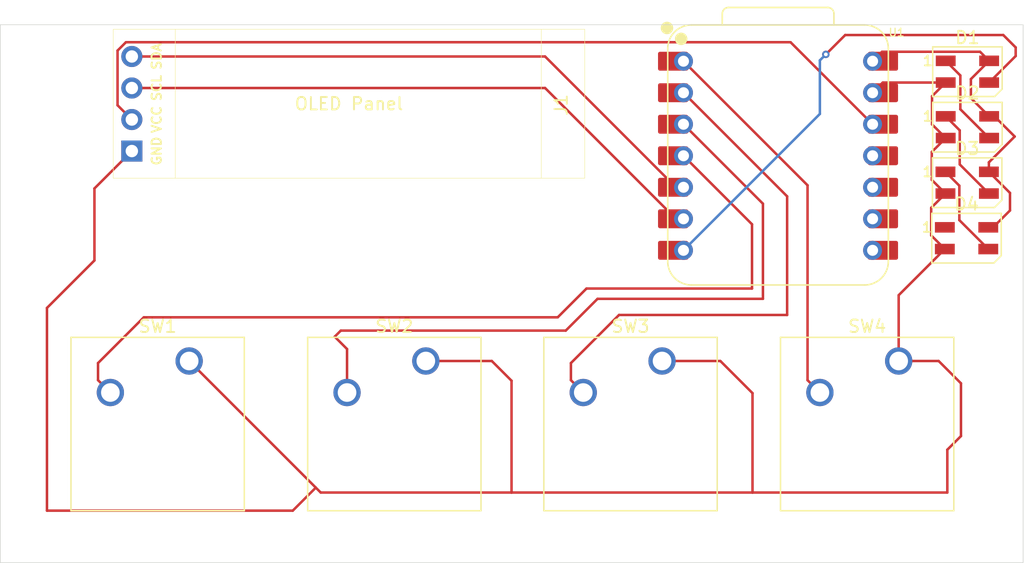
<source format=kicad_pcb>
(kicad_pcb (version 20241229) (generator "pcbnew") (generator_version "9.0")
  (layers (0 "F.Cu" signal) (2 "B.Cu" signal) (13 "F.Paste" user) (15 "B.Paste" user) (5 "F.SilkS" user "F.Silkscreen") (7 "B.SilkS" user "B.Silkscreen") (1 "F.Mask" user) (3 "B.Mask" user) (25 "Edge.Cuts" user))
  (net 0 "")
  (net 1 "GND")
  (net 2 "Net-(D1-DOUT)")
  (net 3 "Net-(D1-DIN)")
  (net 4 "+5V")
  (net 5 "SDA")
  (net 6 "SCL")
  (net 7 "3V3")
  (net 8 "Net-(U1-GPIO26{slash}ADC0{slash}A0)")
  (net 9 "Net-(U1-GPIO27{slash}ADC1{slash}A1)")
  (net 10 "Net-(U1-GPIO28{slash}ADC2{slash}A2)")
  (net 11 "Net-(U1-GPIO29{slash}ADC3{slash}A3)")
  (net 16 "Net-(D2-DOUT)")
  (net 17 "Net-(D3-DOUT)")
  (footprint "LED_SMD:LED_SK6812MINI_PLCC4_3.5x3.5mm_P1.75mm" (layer "F.Cu") (at 237.14 91.6475)
    (property "Reference" "D2" (at 0 -2.75 0) (layer "F.SilkS"))
    (property "Value" "SK6812MINI")
    (fp_line (start -2.8 -2) (end -2.8 2) (stroke (width 0.12)) (layer "F.SilkS"))
    (fp_line (start -2.8 -2) (end 2.8 -2) (stroke (width 0.12)) (layer "F.SilkS"))
    (fp_line (start -2.8 2) (end 2.2 2) (stroke (width 0.12)) (layer "F.SilkS"))
    (fp_line (start 2.8 1.4) (end 2.2 2) (stroke (width 0.12)) (layer "F.SilkS"))
    (fp_line (start 2.8 1.4) (end 2.8 -2) (stroke (width 0.12)) (layer "F.SilkS"))
    (fp_text user "1" (at -3.2 -0.875 0) (layer "F.SilkS") (effects (font (size 0.8 0.8))))
    (pad "1" smd rect (at -1.75 -0.875) (size 1.6 0.85) (layers "F.Cu" "F.Mask" "F.Paste") (net 16 "Net-(D2-DOUT)"))
    (pad "2" smd rect (at -1.75 0.875) (size 1.6 0.85) (layers "F.Cu" "F.Mask" "F.Paste") (net 1 "GND"))
    (pad "3" smd rect (at 1.75 0.875) (size 1.6 0.85) (layers "F.Cu" "F.Mask" "F.Paste") (net 2 "Net-(D1-DOUT)"))
    (pad "4" smd rect (at 1.75 -0.875) (size 1.6 0.85) (layers "F.Cu" "F.Mask" "F.Paste") (net 4 "+5V"))
  )
  (footprint "Button_Switch_Keyboard:SW_Cherry_MX_1.00u_PCB" (layer "F.Cu") (at 193.493333 110.49)
    (property "Reference" "SW2" (at -2.54 -2.794 0) (layer "F.SilkS"))
    (property "Value" "SW_Push")
    (fp_line (start -9.525 -1.905) (end 4.445 -1.905) (stroke (width 0.12)) (layer "F.SilkS"))
    (fp_line (start -9.525 12.065) (end -9.525 -1.905) (stroke (width 0.12)) (layer "F.SilkS"))
    (fp_line (start 4.445 -1.905) (end 4.445 12.065) (stroke (width 0.12)) (layer "F.SilkS"))
    (fp_line (start 4.445 12.065) (end -9.525 12.065) (stroke (width 0.12)) (layer "F.SilkS"))
    (pad "" np_thru_hole circle (at -7.62 5.08) (size 1.7 1.7) (drill 1.7) (layers "*.Cu" "*.Mask"))
    (pad "" np_thru_hole circle (at -2.54 5.08) (size 4 4) (drill 4) (layers "*.Cu" "*.Mask"))
    (pad "" np_thru_hole circle (at 2.54 5.08) (size 1.7 1.7) (drill 1.7) (layers "*.Cu" "*.Mask"))
    (pad "1" thru_hole circle (at 0 0) (size 2.2 2.2) (drill 1.5) (layers "*.Cu" "*.Mask") (net 1 "GND"))
    (pad "2" thru_hole circle (at -6.35 2.54) (size 2.2 2.2) (drill 1.5) (layers "*.Cu" "*.Mask") (net 10 "Net-(U1-GPIO28{slash}ADC2{slash}A2)"))
  )
  (footprint "OLED:SSD1306-0.91-OLED-4pin-128x32" (layer "F.Cu") (at 206.3 95.76 180)
    (property "Reference" "J1" (at 1.9 5.91 90) (layer "F.SilkS"))
    (property "Value" "OLED_DISPLAY")
    (fp_line (start 38 12) (end 38 0) (stroke (width 0.04)) (layer "F.SilkS"))
    (fp_line (start 38 0) (end 0 0) (stroke (width 0.04)) (layer "F.SilkS"))
    (fp_line (start 33 0) (end 33 12) (stroke (width 0.04)) (layer "F.SilkS"))
    (fp_line (start 3.5 0) (end 3.5 12) (stroke (width 0.04)) (layer "F.SilkS"))
    (fp_line (start 0 12) (end 38 12) (stroke (width 0.04)) (layer "F.SilkS"))
    (fp_line (start 0 0) (end 0 12) (stroke (width 0.04)) (layer "F.SilkS"))
    (fp_text user "SCL" (at 34.5 7.27 90) (layer "F.SilkS") (effects (font (size 0.75 0.75))))
    (fp_text user "SDA" (at 34.5 9.81 90) (layer "F.SilkS") (effects (font (size 0.75 0.75))))
    (fp_text user "GND" (at 34.5 2.19 90) (layer "F.SilkS") (effects (font (size 0.75 0.75))))
    (fp_text user "VCC" (at 34.5 4.73 90) (layer "F.SilkS") (effects (font (size 0.75 0.75))))
    (fp_text user "OLED Panel" (at 19 6 0) (layer "F.SilkS"))
    (pad "1" thru_hole rect (at 36.5 2.19 180) (size 1.7 1.7) (drill 1) (layers "*.Cu" "*.Mask") (net 1 "GND"))
    (pad "2" thru_hole oval (at 36.5 4.73 180) (size 1.7 1.7) (drill 1) (layers "*.Cu" "*.Mask") (net 7 "3V3"))
    (pad "3" thru_hole oval (at 36.5 7.27 180) (size 1.7 1.7) (drill 1) (layers "*.Cu" "*.Mask") (net 6 "SCL"))
    (pad "4" thru_hole oval (at 36.5 9.81 180) (size 1.7 1.7) (drill 1) (layers "*.Cu" "*.Mask") (net 5 "SDA"))
  )
  (footprint "LED_SMD:LED_SK6812MINI_PLCC4_3.5x3.5mm_P1.75mm" (layer "F.Cu") (at 237.12 96.12)
    (property "Reference" "D3" (at 0 -2.75 0) (layer "F.SilkS"))
    (property "Value" "SK6812MINI")
    (fp_line (start -2.8 -2) (end -2.8 2) (stroke (width 0.12)) (layer "F.SilkS"))
    (fp_line (start -2.8 -2) (end 2.8 -2) (stroke (width 0.12)) (layer "F.SilkS"))
    (fp_line (start -2.8 2) (end 2.2 2) (stroke (width 0.12)) (layer "F.SilkS"))
    (fp_line (start 2.8 1.4) (end 2.2 2) (stroke (width 0.12)) (layer "F.SilkS"))
    (fp_line (start 2.8 1.4) (end 2.8 -2) (stroke (width 0.12)) (layer "F.SilkS"))
    (fp_text user "1" (at -3.2 -0.875 0) (layer "F.SilkS") (effects (font (size 0.8 0.8))))
    (pad "1" smd rect (at -1.75 -0.875) (size 1.6 0.85) (layers "F.Cu" "F.Mask" "F.Paste") (net 17 "Net-(D3-DOUT)"))
    (pad "2" smd rect (at -1.75 0.875) (size 1.6 0.85) (layers "F.Cu" "F.Mask" "F.Paste") (net 1 "GND"))
    (pad "3" smd rect (at 1.75 0.875) (size 1.6 0.85) (layers "F.Cu" "F.Mask" "F.Paste") (net 16 "Net-(D2-DOUT)"))
    (pad "4" smd rect (at 1.75 -0.875) (size 1.6 0.85) (layers "F.Cu" "F.Mask" "F.Paste") (net 4 "+5V"))
  )
  (footprint "Button_Switch_Keyboard:SW_Cherry_MX_1.00u_PCB" (layer "F.Cu") (at 212.53 110.49)
    (property "Reference" "SW3" (at -2.54 -2.794 0) (layer "F.SilkS"))
    (property "Value" "SW_Push")
    (fp_line (start -9.525 -1.905) (end 4.445 -1.905) (stroke (width 0.12)) (layer "F.SilkS"))
    (fp_line (start -9.525 12.065) (end -9.525 -1.905) (stroke (width 0.12)) (layer "F.SilkS"))
    (fp_line (start 4.445 -1.905) (end 4.445 12.065) (stroke (width 0.12)) (layer "F.SilkS"))
    (fp_line (start 4.445 12.065) (end -9.525 12.065) (stroke (width 0.12)) (layer "F.SilkS"))
    (pad "" np_thru_hole circle (at -7.62 5.08) (size 1.7 1.7) (drill 1.7) (layers "*.Cu" "*.Mask"))
    (pad "" np_thru_hole circle (at -2.54 5.08) (size 4 4) (drill 4) (layers "*.Cu" "*.Mask"))
    (pad "" np_thru_hole circle (at 2.54 5.08) (size 1.7 1.7) (drill 1.7) (layers "*.Cu" "*.Mask"))
    (pad "1" thru_hole circle (at 0 0) (size 2.2 2.2) (drill 1.5) (layers "*.Cu" "*.Mask") (net 1 "GND"))
    (pad "2" thru_hole circle (at -6.35 2.54) (size 2.2 2.2) (drill 1.5) (layers "*.Cu" "*.Mask") (net 9 "Net-(U1-GPIO27{slash}ADC1{slash}A1)"))
  )
  (footprint "LED_SMD:LED_SK6812MINI_PLCC4_3.5x3.5mm_P1.75mm" (layer "F.Cu") (at 237.07 100.5925)
    (property "Reference" "D4" (at 0 -2.75 0) (layer "F.SilkS"))
    (property "Value" "SK6812MINI")
    (fp_line (start -2.8 -2) (end -2.8 2) (stroke (width 0.12)) (layer "F.SilkS"))
    (fp_line (start -2.8 -2) (end 2.8 -2) (stroke (width 0.12)) (layer "F.SilkS"))
    (fp_line (start -2.8 2) (end 2.2 2) (stroke (width 0.12)) (layer "F.SilkS"))
    (fp_line (start 2.8 1.4) (end 2.2 2) (stroke (width 0.12)) (layer "F.SilkS"))
    (fp_line (start 2.8 1.4) (end 2.8 -2) (stroke (width 0.12)) (layer "F.SilkS"))
    (fp_text user "1" (at -3.2 -0.875 0) (layer "F.SilkS") (effects (font (size 0.8 0.8))))
    (pad "1" smd rect (at -1.75 -0.875) (size 1.6 0.85) (layers "F.Cu" "F.Mask" "F.Paste"))
    (pad "2" smd rect (at -1.75 0.875) (size 1.6 0.85) (layers "F.Cu" "F.Mask" "F.Paste") (net 1 "GND"))
    (pad "3" smd rect (at 1.75 0.875) (size 1.6 0.85) (layers "F.Cu" "F.Mask" "F.Paste") (net 17 "Net-(D3-DOUT)"))
    (pad "4" smd rect (at 1.75 -0.875) (size 1.6 0.85) (layers "F.Cu" "F.Mask" "F.Paste") (net 4 "+5V"))
  )
  (footprint "Button_Switch_Keyboard:SW_Cherry_MX_1.00u_PCB" (layer "F.Cu") (at 231.6 110.49)
    (property "Reference" "SW4" (at -2.54 -2.794 0) (layer "F.SilkS"))
    (property "Value" "SW_Push")
    (fp_line (start -9.525 -1.905) (end 4.445 -1.905) (stroke (width 0.12)) (layer "F.SilkS"))
    (fp_line (start -9.525 12.065) (end -9.525 -1.905) (stroke (width 0.12)) (layer "F.SilkS"))
    (fp_line (start 4.445 -1.905) (end 4.445 12.065) (stroke (width 0.12)) (layer "F.SilkS"))
    (fp_line (start 4.445 12.065) (end -9.525 12.065) (stroke (width 0.12)) (layer "F.SilkS"))
    (pad "" np_thru_hole circle (at -7.62 5.08) (size 1.7 1.7) (drill 1.7) (layers "*.Cu" "*.Mask"))
    (pad "" np_thru_hole circle (at -2.54 5.08) (size 4 4) (drill 4) (layers "*.Cu" "*.Mask"))
    (pad "" np_thru_hole circle (at 2.54 5.08) (size 1.7 1.7) (drill 1.7) (layers "*.Cu" "*.Mask"))
    (pad "1" thru_hole circle (at 0 0) (size 2.2 2.2) (drill 1.5) (layers "*.Cu" "*.Mask") (net 1 "GND"))
    (pad "2" thru_hole circle (at -6.35 2.54) (size 2.2 2.2) (drill 1.5) (layers "*.Cu" "*.Mask") (net 8 "Net-(U1-GPIO26{slash}ADC0{slash}A0)"))
  )
  (footprint "LED_SMD:LED_SK6812MINI_PLCC4_3.5x3.5mm_P1.75mm" (layer "F.Cu") (at 237.14 87.175)
    (property "Reference" "D1" (at 0 -2.75 0) (layer "F.SilkS"))
    (property "Value" "SK6812MINI")
    (fp_line (start -2.8 -2) (end -2.8 2) (stroke (width 0.12)) (layer "F.SilkS"))
    (fp_line (start -2.8 -2) (end 2.8 -2) (stroke (width 0.12)) (layer "F.SilkS"))
    (fp_line (start -2.8 2) (end 2.2 2) (stroke (width 0.12)) (layer "F.SilkS"))
    (fp_line (start 2.8 1.4) (end 2.2 2) (stroke (width 0.12)) (layer "F.SilkS"))
    (fp_line (start 2.8 1.4) (end 2.8 -2) (stroke (width 0.12)) (layer "F.SilkS"))
    (fp_text user "1" (at -3.2 -0.875 0) (layer "F.SilkS") (effects (font (size 0.8 0.8))))
    (pad "1" smd rect (at -1.75 -0.875) (size 1.6 0.85) (layers "F.Cu" "F.Mask" "F.Paste") (net 2 "Net-(D1-DOUT)"))
    (pad "2" smd rect (at -1.75 0.875) (size 1.6 0.85) (layers "F.Cu" "F.Mask" "F.Paste") (net 1 "GND"))
    (pad "3" smd rect (at 1.75 0.875) (size 1.6 0.85) (layers "F.Cu" "F.Mask" "F.Paste") (net 3 "Net-(D1-DIN)"))
    (pad "4" smd rect (at 1.75 -0.875) (size 1.6 0.85) (layers "F.Cu" "F.Mask" "F.Paste") (net 4 "+5V"))
  )
  (footprint "OPL:XIAO-RP2040-DIP" (layer "F.Cu") (at 221.877332 93.95)
    (property "Reference" "U1" (at 9.552668 -9.93 0) (layer "F.SilkS") (effects (font (size 0.635 0.635) (thickness 0.1016))))
    (property "Value" "XIAO-RP2040-DIP")
    (fp_line (start -8.89 8.509) (end -8.89 -8.636) (stroke (width 0.127)) (layer "F.SilkS"))
    (fp_line (start -6.985 10.414) (end 6.985 10.414) (stroke (width 0.127)) (layer "F.SilkS"))
    (fp_line (start -4.495 -10.541) (end -4.491272 -11.451272) (stroke (width 0.127)) (layer "F.SilkS"))
    (fp_line (start -3.991272 -11.951) (end 4.004 -11.951) (stroke (width 0.127)) (layer "F.SilkS"))
    (fp_line (start 4.504 -11.451) (end 4.504 -10.541) (stroke (width 0.127)) (layer "F.SilkS"))
    (fp_line (start 6.985 -10.541) (end -6.985 -10.541) (stroke (width 0.1)) (layer "F.SilkS"))
    (fp_line (start 6.985 -10.541) (end -6.985 -10.541) (stroke (width 0.127)) (layer "F.SilkS"))
    (fp_line (start 8.89 8.509) (end 8.89 -8.636) (stroke (width 0.127)) (layer "F.SilkS"))
    (fp_arc (start -8.89 -8.636) (mid -8.332038 -9.983038) (end -6.985 -10.541) (stroke (width 0.127)) (layer "F.SilkS"))
    (fp_arc (start -6.985 10.414) (mid -8.332038 9.856038) (end -8.89 8.509) (stroke (width 0.127)) (layer "F.SilkS"))
    (fp_arc (start -4.491272 -11.451272) (mid -4.344728 -11.80464) (end -3.991272 -11.951) (stroke (width 0.127)) (layer "F.SilkS"))
    (fp_arc (start 4.004 -11.951) (mid 4.357553 -11.804553) (end 4.504 -11.451) (stroke (width 0.127)) (layer "F.SilkS"))
    (fp_arc (start 6.985 -10.541) (mid 8.332038 -9.983038) (end 8.89 -8.636) (stroke (width 0.127)) (layer "F.SilkS"))
    (fp_arc (start 8.89 8.509) (mid 8.332038 9.856038) (end 6.985 10.414) (stroke (width 0.127)) (layer "F.SilkS"))
    (fp_circle (center -8.95 -10.3) (end -8.95 -10.554) (stroke (width 0.5)) (fill yes) (layer "F.SilkS"))
    (fp_circle (center -7.807 -9.42) (end -7.807 -9.674) (stroke (width 0.5)) (fill yes) (layer "F.SilkS"))
    (pad "1" smd roundrect (at -8.455 -7.62 180) (size 2.432 1.524) (layers "F.Cu" "F.Mask") (roundrect_rratio 0.1) (net 8 "Net-(U1-GPIO26{slash}ADC0{slash}A0)"))
    (pad "1" thru_hole circle (at -7.62 -7.62 180) (size 1.524 1.524) (drill 0.889) (layers "*.Cu" "*.Mask") (net 8 "Net-(U1-GPIO26{slash}ADC0{slash}A0)"))
    (pad "2" smd roundrect (at -8.455 -5.08 180) (size 2.432 1.524) (layers "F.Cu" "F.Mask") (roundrect_rratio 0.1) (net 9 "Net-(U1-GPIO27{slash}ADC1{slash}A1)"))
    (pad "2" thru_hole circle (at -7.62 -5.08 180) (size 1.524 1.524) (drill 0.889) (layers "*.Cu" "*.Mask") (net 9 "Net-(U1-GPIO27{slash}ADC1{slash}A1)"))
    (pad "3" smd roundrect (at -8.455 -2.54 180) (size 2.432 1.524) (layers "F.Cu" "F.Mask") (roundrect_rratio 0.1) (net 10 "Net-(U1-GPIO28{slash}ADC2{slash}A2)"))
    (pad "3" thru_hole circle (at -7.62 -2.54 180) (size 1.524 1.524) (drill 0.889) (layers "*.Cu" "*.Mask") (net 10 "Net-(U1-GPIO28{slash}ADC2{slash}A2)"))
    (pad "4" smd roundrect (at -8.455 0 180) (size 2.432 1.524) (layers "F.Cu" "F.Mask") (roundrect_rratio 0.1) (net 11 "Net-(U1-GPIO29{slash}ADC3{slash}A3)"))
    (pad "4" thru_hole circle (at -7.62 0 180) (size 1.524 1.524) (drill 0.889) (layers "*.Cu" "*.Mask") (net 11 "Net-(U1-GPIO29{slash}ADC3{slash}A3)"))
    (pad "5" smd roundrect (at -8.455 2.54 180) (size 2.432 1.524) (layers "F.Cu" "F.Mask") (roundrect_rratio 0.1) (net 5 "SDA"))
    (pad "5" thru_hole circle (at -7.62 2.54 180) (size 1.524 1.524) (drill 0.889) (layers "*.Cu" "*.Mask") (net 5 "SDA"))
    (pad "6" smd roundrect (at -8.455 5.08 180) (size 2.432 1.524) (layers "F.Cu" "F.Mask") (roundrect_rratio 0.1) (net 6 "SCL"))
    (pad "6" thru_hole circle (at -7.62 5.08 180) (size 1.524 1.524) (drill 0.889) (layers "*.Cu" "*.Mask") (net 6 "SCL"))
    (pad "7" smd roundrect (at -8.455 7.62 180) (size 2.432 1.524) (layers "F.Cu" "F.Mask") (roundrect_rratio 0.1) (net 3 "Net-(D1-DIN)"))
    (pad "7" thru_hole circle (at -7.62 7.62 180) (size 1.524 1.524) (drill 0.889) (layers "*.Cu" "*.Mask") (net 3 "Net-(D1-DIN)"))
    (pad "8" thru_hole circle (at 7.62 7.62) (size 1.524 1.524) (drill 0.889) (layers "*.Cu" "*.Mask"))
    (pad "8" smd roundrect (at 8.455 7.62) (size 2.432 1.524) (layers "F.Cu" "F.Mask") (roundrect_rratio 0.1))
    (pad "9" thru_hole circle (at 7.62 5.08) (size 1.524 1.524) (drill 0.889) (layers "*.Cu" "*.Mask"))
    (pad "9" smd roundrect (at 8.455 5.08) (size 2.432 1.524) (layers "F.Cu" "F.Mask") (roundrect_rratio 0.1))
    (pad "10" thru_hole circle (at 7.62 2.54) (size 1.524 1.524) (drill 0.889) (layers "*.Cu" "*.Mask"))
    (pad "10" smd roundrect (at 8.455 2.54) (size 2.432 1.524) (layers "F.Cu" "F.Mask") (roundrect_rratio 0.1))
    (pad "11" thru_hole circle (at 7.62 0) (size 1.524 1.524) (drill 0.889) (layers "*.Cu" "*.Mask"))
    (pad "11" smd roundrect (at 8.455 0) (size 2.432 1.524) (layers "F.Cu" "F.Mask") (roundrect_rratio 0.1))
    (pad "12" thru_hole circle (at 7.62 -2.54) (size 1.524 1.524) (drill 0.889) (layers "*.Cu" "*.Mask") (net 7 "3V3"))
    (pad "12" smd roundrect (at 8.455 -2.54) (size 2.432 1.524) (layers "F.Cu" "F.Mask") (roundrect_rratio 0.1) (net 7 "3V3"))
    (pad "13" thru_hole circle (at 7.62 -5.08) (size 1.524 1.524) (drill 0.889) (layers "*.Cu" "*.Mask") (net 1 "GND"))
    (pad "13" smd roundrect (at 8.455 -5.08) (size 2.432 1.524) (layers "F.Cu" "F.Mask") (roundrect_rratio 0.1) (net 1 "GND"))
    (pad "14" thru_hole circle (at 7.62 -7.62) (size 1.524 1.524) (drill 0.889) (layers "*.Cu" "*.Mask") (net 4 "+5V"))
    (pad "14" smd roundrect (at 8.455 -7.62) (size 2.432 1.524) (layers "F.Cu" "F.Mask") (roundrect_rratio 0.1) (net 4 "+5V"))
  )
  (footprint "Button_Switch_Keyboard:SW_Cherry_MX_1.00u_PCB" (layer "F.Cu") (at 174.42 110.49)
    (property "Reference" "SW1" (at -2.54 -2.794 0) (layer "F.SilkS"))
    (property "Value" "SW_Push")
    (fp_line (start -9.525 -1.905) (end 4.445 -1.905) (stroke (width 0.12)) (layer "F.SilkS"))
    (fp_line (start -9.525 12.065) (end -9.525 -1.905) (stroke (width 0.12)) (layer "F.SilkS"))
    (fp_line (start 4.445 -1.905) (end 4.445 12.065) (stroke (width 0.12)) (layer "F.SilkS"))
    (fp_line (start 4.445 12.065) (end -9.525 12.065) (stroke (width 0.12)) (layer "F.SilkS"))
    (pad "" np_thru_hole circle (at -7.62 5.08) (size 1.7 1.7) (drill 1.7) (layers "*.Cu" "*.Mask"))
    (pad "" np_thru_hole circle (at -2.54 5.08) (size 4 4) (drill 4) (layers "*.Cu" "*.Mask"))
    (pad "" np_thru_hole circle (at 2.54 5.08) (size 1.7 1.7) (drill 1.7) (layers "*.Cu" "*.Mask"))
    (pad "1" thru_hole circle (at 0 0) (size 2.2 2.2) (drill 1.5) (layers "*.Cu" "*.Mask") (net 1 "GND"))
    (pad "2" thru_hole circle (at -6.35 2.54) (size 2.2 2.2) (drill 1.5) (layers "*.Cu" "*.Mask") (net 11 "Net-(U1-GPIO29{slash}ADC3{slash}A3)"))
  )
  (gr_rect (start 159.2 83.39) (end 241.63 126.74) (stroke (width 0.05)) (fill no) (layer "Edge.Cuts"))
  (segment (start 234.269 95.894) (end 235.37 96.995) (width 0.2) (layer "F.Cu") (net 1))
  (segment (start 231.6 110.49) (end 231.6 105.1875) (width 0.2) (layer "F.Cu") (net 1))
  (segment (start 182.77 122.55) (end 184.625 120.695) (width 0.2) (layer "F.Cu") (net 1))
  (segment (start 235.37 96.995) (end 234.219 98.146) (width 0.2) (layer "F.Cu") (net 1))
  (segment (start 235.39 88.05) (end 230.317332 88.05) (width 0.2) (layer "F.Cu") (net 1))
  (segment (start 217.23 110.49) (end 219.82 113.08) (width 0.2) (layer "F.Cu") (net 1))
  (segment (start 200.4 121.09) (end 219.82 121.09) (width 0.2) (layer "F.Cu") (net 1))
  (segment (start 235.39 88.05) (end 234.289 89.151) (width 0.2) (layer "F.Cu") (net 1))
  (segment (start 230.574962 88.87) (end 229.497332 88.87) (width 0.2) (layer "F.Cu") (net 1))
  (segment (start 219.82 121.09) (end 235.52 121.09) (width 0.2) (layer "F.Cu") (net 1))
  (segment (start 231.6 105.1875) (end 235.32 101.4675) (width 0.2) (layer "F.Cu") (net 1))
  (segment (start 169.8 93.57) (end 166.786332 96.583668) (width 0.2) (layer "F.Cu") (net 1))
  (segment (start 234.289 89.151) (end 234.289 91.4215) (width 0.2) (layer "F.Cu") (net 1))
  (segment (start 184.625 120.695) (end 185.02 121.09) (width 0.2) (layer "F.Cu") (net 1))
  (segment (start 162.96 122.55) (end 182.77 122.55) (width 0.2) (layer "F.Cu") (net 1))
  (segment (start 236.62 116.54) (end 236.62 112.29) (width 0.2) (layer "F.Cu") (net 1))
  (segment (start 229.497332 88.87) (end 230.332332 88.87) (width 0.2) (layer "F.Cu") (net 1))
  (segment (start 174.42 110.49) (end 184.625 120.695) (width 0.2) (layer "F.Cu") (net 1))
  (segment (start 198.81 110.49) (end 200.4 112.08) (width 0.2) (layer "F.Cu") (net 1))
  (segment (start 193.493333 110.49) (end 198.81 110.49) (width 0.2) (layer "F.Cu") (net 1))
  (segment (start 235.39 92.5225) (end 234.269 93.6435) (width 0.2) (layer "F.Cu") (net 1))
  (segment (start 235.52 121.09) (end 235.52 117.64) (width 0.2) (layer "F.Cu") (net 1))
  (segment (start 219.82 113.08) (end 219.82 121.09) (width 0.2) (layer "F.Cu") (net 1))
  (segment (start 234.219 98.146) (end 234.219 100.3665) (width 0.2) (layer "F.Cu") (net 1))
  (segment (start 234.269 93.6435) (end 234.269 95.894) (width 0.2) (layer "F.Cu") (net 1))
  (segment (start 166.786332 102.386) (end 162.96 106.212332) (width 0.2) (layer "F.Cu") (net 1))
  (segment (start 200.4 112.08) (end 200.4 121.09) (width 0.2) (layer "F.Cu") (net 1))
  (segment (start 236.62 112.29) (end 234.82 110.49) (width 0.2) (layer "F.Cu") (net 1))
  (segment (start 234.219 100.3665) (end 235.32 101.4675) (width 0.2) (layer "F.Cu") (net 1))
  (segment (start 166.786332 96.583668) (end 166.786332 102.386) (width 0.2) (layer "F.Cu") (net 1))
  (segment (start 234.82 110.49) (end 231.6 110.49) (width 0.2) (layer "F.Cu") (net 1))
  (segment (start 230.317332 88.05) (end 229.497332 88.87) (width 0.2) (layer "F.Cu") (net 1))
  (segment (start 185.02 121.09) (end 200.4 121.09) (width 0.2) (layer "F.Cu") (net 1))
  (segment (start 235.52 117.64) (end 236.62 116.54) (width 0.2) (layer "F.Cu") (net 1))
  (segment (start 234.289 91.4215) (end 235.39 92.5225) (width 0.2) (layer "F.Cu") (net 1))
  (segment (start 162.96 106.212332) (end 162.96 122.55) (width 0.2) (layer "F.Cu") (net 1))
  (segment (start 212.53 110.49) (end 217.23 110.49) (width 0.2) (layer "F.Cu") (net 1))
  (segment (start 235.39 86.3) (end 236.57 87.48) (width 0.2) (layer "F.Cu") (net 2))
  (segment (start 236.57 87.48) (end 236.57 90.2025) (width 0.2) (layer "F.Cu") (net 2))
  (segment (start 236.57 90.2025) (end 238.89 92.5225) (width 0.2) (layer "F.Cu") (net 2))
  (segment (start 240.03 84.22) (end 227.29 84.22) (width 0.2) (layer "F.Cu") (net 3))
  (segment (start 241.029 85.219) (end 240.03 84.22) (width 0.2) (layer "F.Cu") (net 3))
  (segment (start 241.029 85.911) (end 241.029 85.219) (width 0.2) (layer "F.Cu") (net 3))
  (segment (start 238.89 88.05) (end 241.029 85.911) (width 0.2) (layer "F.Cu") (net 3))
  (segment (start 227.29 84.22) (end 225.73 85.78) (width 0.2) (layer "F.Cu") (net 3))
  (via (at 225.73 85.78) (size 0.6) (drill 0.3) (layers "F.Cu" "B.Cu") (net 3))
  (segment (start 225.73 85.78) (end 225.249 86.261) (width 0.2) (layer "B.Cu") (net 3))
  (segment (start 225.249 90.578332) (end 214.257332 101.57) (width 0.2) (layer "B.Cu") (net 3))
  (segment (start 225.249 86.261) (end 225.249 90.578332) (width 0.2) (layer "B.Cu") (net 3))
  (segment (start 239.2125 99.7175) (end 238.82 99.7175) (width 0.2) (layer "F.Cu") (net 4))
  (segment (start 238.89 86.3) (end 237.42 87.77) (width 0.2) (layer "F.Cu") (net 4))
  (segment (start 239.3225 90.7725) (end 240.95 92.4) (width 0.2) (layer "F.Cu") (net 4))
  (segment (start 240.57 98.36) (end 239.2125 99.7175) (width 0.2) (layer "F.Cu") (net 4))
  (segment (start 237.42 89.3025) (end 238.89 90.7725) (width 0.2) (layer "F.Cu") (net 4))
  (segment (start 240.95 92.4) (end 238.87 94.48) (width 0.2) (layer "F.Cu") (net 4))
  (segment (start 240.57 96.945) (end 240.57 98.36) (width 0.2) (layer "F.Cu") (net 4))
  (segment (start 238.87 95.245) (end 240.57 96.945) (width 0.2) (layer "F.Cu") (net 4))
  (segment (start 237.42 87.77) (end 237.42 89.3025) (width 0.2) (layer "F.Cu") (net 4))
  (segment (start 238.89 86.3) (end 238.158 85.568) (width 0.2) (layer "F.Cu") (net 4))
  (segment (start 238.87 94.48) (end 238.87 95.245) (width 0.2) (layer "F.Cu") (net 4))
  (segment (start 230.259331 85.568001) (end 229.497332 86.33) (width 0.2) (layer "F.Cu") (net 4))
  (segment (start 238.89 90.7725) (end 239.3225 90.7725) (width 0.2) (layer "F.Cu") (net 4))
  (segment (start 238.158 85.568) (end 230.259331 85.568001) (width 0.2) (layer "F.Cu") (net 4))
  (segment (start 169.8 85.95) (end 203.103706 85.95) (width 0.2) (layer "F.Cu") (net 5))
  (segment (start 213.643706 96.49) (end 214.257332 96.49) (width 0.2) (layer "F.Cu") (net 5))
  (segment (start 203.103706 85.95) (end 213.643706 96.49) (width 0.2) (layer "F.Cu") (net 5))
  (segment (start 203.103706 88.49) (end 213.643706 99.03) (width 0.2) (layer "F.Cu") (net 6))
  (segment (start 169.8 88.49) (end 203.103706 88.49) (width 0.2) (layer "F.Cu") (net 6))
  (segment (start 213.643706 99.03) (end 214.257332 99.03) (width 0.2) (layer "F.Cu") (net 6))
  (segment (start 222.886332 84.799) (end 229.497332 91.41) (width 0.2) (layer "F.Cu") (net 7))
  (segment (start 169.8 91.03) (end 168.649 89.879) (width 0.2) (layer "F.Cu") (net 7))
  (segment (start 168.649 85.47324) (end 169.32324 84.799) (width 0.2) (layer "F.Cu") (net 7))
  (segment (start 168.649 89.879) (end 168.649 85.47324) (width 0.2) (layer "F.Cu") (net 7))
  (segment (start 169.32324 84.799) (end 222.886332 84.799) (width 0.2) (layer "F.Cu") (net 7))
  (segment (start 214.257332 86.33) (end 224.255332 96.328) (width 0.2) (layer "F.Cu") (net 8))
  (segment (start 224.255332 96.328) (end 224.255332 112.035332) (width 0.2) (layer "F.Cu") (net 8))
  (segment (start 224.255332 112.035332) (end 225.25 113.03) (width 0.2) (layer "F.Cu") (net 8))
  (segment (start 205.185332 110.656667) (end 205.185332 112.035332) (width 0.2) (layer "F.Cu") (net 9))
  (segment (start 205.185332 112.035332) (end 206.18 113.03) (width 0.2) (layer "F.Cu") (net 9))
  (segment (start 222.61 97.222668) (end 214.257332 88.87) (width 0.2) (layer "F.Cu") (net 9))
  (segment (start 205.185332 110.656667) (end 209.061999 106.78) (width 0.2) (layer "F.Cu") (net 9))
  (segment (start 222.61 106.78) (end 222.61 97.222668) (width 0.2) (layer "F.Cu") (net 9))
  (segment (start 209.061999 106.78) (end 222.61 106.78) (width 0.2) (layer "F.Cu") (net 9))
  (segment (start 207.33 105.48) (end 204.77 108.04) (width 0.2) (layer "F.Cu") (net 10))
  (segment (start 187.143333 109.526003) (end 187.143333 113.03) (width 0.2) (layer "F.Cu") (net 10))
  (segment (start 186.64 108.04) (end 186.148665 108.531335) (width 0.2) (layer "F.Cu") (net 10))
  (segment (start 214.257332 91.41) (end 220.66 97.812668) (width 0.2) (layer "F.Cu") (net 10))
  (segment (start 220.66 105.48) (end 207.33 105.48) (width 0.2) (layer "F.Cu") (net 10))
  (segment (start 220.66 97.812668) (end 220.66 105.48) (width 0.2) (layer "F.Cu") (net 10))
  (segment (start 186.148665 108.531335) (end 187.143333 109.526003) (width 0.2) (layer "F.Cu") (net 10))
  (segment (start 204.77 108.04) (end 186.64 108.04) (width 0.2) (layer "F.Cu") (net 10))
  (segment (start 167.075332 110.656667) (end 167.075332 112.035332) (width 0.2) (layer "F.Cu") (net 11))
  (segment (start 167.075332 110.656667) (end 170.761999 106.97) (width 0.2) (layer "F.Cu") (net 11))
  (segment (start 204.12 106.97) (end 206.44 104.65) (width 0.2) (layer "F.Cu") (net 11))
  (segment (start 219.78 104.65) (end 219.78 99.472668) (width 0.2) (layer "F.Cu") (net 11))
  (segment (start 170.761999 106.97) (end 204.12 106.97) (width 0.2) (layer "F.Cu") (net 11))
  (segment (start 167.075332 112.035332) (end 168.07 113.03) (width 0.2) (layer "F.Cu") (net 11))
  (segment (start 219.78 99.472668) (end 214.257332 93.95) (width 0.2) (layer "F.Cu") (net 11))
  (segment (start 206.44 104.65) (end 219.78 104.65) (width 0.2) (layer "F.Cu") (net 11))
  (segment (start 236.52 91.9025) (end 236.52 94.645) (width 0.2) (layer "F.Cu") (net 16))
  (segment (start 236.52 94.645) (end 238.87 96.995) (width 0.2) (layer "F.Cu") (net 16))
  (segment (start 235.39 90.7725) (end 236.52 91.9025) (width 0.2) (layer "F.Cu") (net 16))
  (segment (start 236.49 99.1375) (end 238.82 101.4675) (width 0.2) (layer "F.Cu") (net 17))
  (segment (start 235.37 95.245) (end 236.49 96.365) (width 0.2) (layer "F.Cu") (net 17))
  (segment (start 236.49 96.365) (end 236.49 99.1375) (width 0.2) (layer "F.Cu") (net 17))
)
</source>
